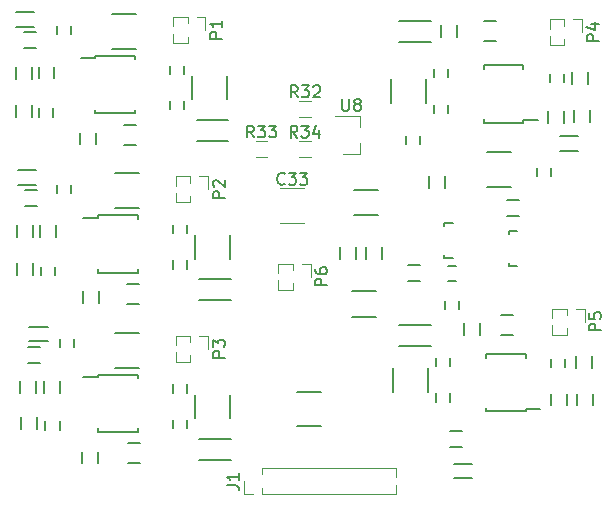
<source format=gbr>
G04 #@! TF.FileFunction,Legend,Top*
%FSLAX46Y46*%
G04 Gerber Fmt 4.6, Leading zero omitted, Abs format (unit mm)*
G04 Created by KiCad (PCBNEW 4.0.7) date 04/07/18 17:00:11*
%MOMM*%
%LPD*%
G01*
G04 APERTURE LIST*
%ADD10C,0.100000*%
%ADD11C,0.150000*%
%ADD12C,0.120000*%
G04 APERTURE END LIST*
D10*
D11*
X160250000Y-111100000D02*
X157550000Y-111100000D01*
X160250000Y-112900000D02*
X157550000Y-112900000D01*
X161850000Y-116900000D02*
X161850000Y-117600000D01*
X160650000Y-117600000D02*
X160650000Y-116900000D01*
X161850000Y-113900000D02*
X161850000Y-114600000D01*
X160650000Y-114600000D02*
X160650000Y-113900000D01*
X157025000Y-114750000D02*
X157025000Y-116750000D01*
X159975000Y-116750000D02*
X159975000Y-114750000D01*
X171570000Y-113980000D02*
X171570000Y-114680000D01*
X170370000Y-114680000D02*
X170370000Y-113980000D01*
X171745000Y-116930000D02*
X171745000Y-117930000D01*
X170395000Y-117930000D02*
X170395000Y-116930000D01*
X173845000Y-113730000D02*
X173845000Y-114730000D01*
X172495000Y-114730000D02*
X172495000Y-113730000D01*
X172595000Y-117930000D02*
X172595000Y-116930000D01*
X173945000Y-116930000D02*
X173945000Y-117930000D01*
X162995000Y-111930000D02*
X162995000Y-110930000D01*
X164345000Y-110930000D02*
X164345000Y-111930000D01*
X166170000Y-111980000D02*
X167170000Y-111980000D01*
X167170000Y-110280000D02*
X166170000Y-110280000D01*
X159270000Y-95080000D02*
X159270000Y-95780000D01*
X158070000Y-95780000D02*
X158070000Y-95080000D01*
X162150000Y-124100000D02*
X163700000Y-124100000D01*
X162150000Y-122900000D02*
X163700000Y-122900000D01*
X168225000Y-118425000D02*
X168225000Y-118200000D01*
X164875000Y-118425000D02*
X164875000Y-118125000D01*
X164875000Y-113575000D02*
X164875000Y-113875000D01*
X168225000Y-113575000D02*
X168225000Y-113875000D01*
X168225000Y-118425000D02*
X164875000Y-118425000D01*
X168225000Y-113575000D02*
X164875000Y-113575000D01*
X168225000Y-118200000D02*
X169450000Y-118200000D01*
X162870000Y-121405000D02*
X161870000Y-121405000D01*
X161870000Y-120055000D02*
X162870000Y-120055000D01*
X150870000Y-116755000D02*
X148870000Y-116755000D01*
X148870000Y-119705000D02*
X150870000Y-119705000D01*
X161650000Y-92450000D02*
X161650000Y-93150000D01*
X160450000Y-93150000D02*
X160450000Y-92450000D01*
X161650000Y-89450000D02*
X161650000Y-90150000D01*
X160450000Y-90150000D02*
X160450000Y-89450000D01*
X156825000Y-90300000D02*
X156825000Y-92300000D01*
X159775000Y-92300000D02*
X159775000Y-90300000D01*
X160250000Y-85350000D02*
X157550000Y-85350000D01*
X160250000Y-87150000D02*
X157550000Y-87150000D01*
X167670000Y-101905000D02*
X166670000Y-101905000D01*
X166670000Y-100555000D02*
X167670000Y-100555000D01*
X171445000Y-93030000D02*
X171445000Y-94030000D01*
X170095000Y-94030000D02*
X170095000Y-93030000D01*
X170370000Y-97780000D02*
X170370000Y-98480000D01*
X169170000Y-98480000D02*
X169170000Y-97780000D01*
X172295000Y-93930000D02*
X172295000Y-92930000D01*
X173645000Y-92930000D02*
X173645000Y-93930000D01*
X171150000Y-96350000D02*
X172700000Y-96350000D01*
X171150000Y-95150000D02*
X172700000Y-95150000D01*
X161075000Y-86750000D02*
X161075000Y-85750000D01*
X162425000Y-85750000D02*
X162425000Y-86750000D01*
X166970000Y-96455000D02*
X164970000Y-96455000D01*
X164970000Y-99405000D02*
X166970000Y-99405000D01*
X171470000Y-89880000D02*
X171470000Y-90580000D01*
X170270000Y-90580000D02*
X170270000Y-89880000D01*
X168025000Y-93975000D02*
X168025000Y-93750000D01*
X164675000Y-93975000D02*
X164675000Y-93675000D01*
X164675000Y-89125000D02*
X164675000Y-89425000D01*
X168025000Y-89125000D02*
X168025000Y-89425000D01*
X168025000Y-93975000D02*
X164675000Y-93975000D01*
X168025000Y-89125000D02*
X164675000Y-89125000D01*
X168025000Y-93750000D02*
X169250000Y-93750000D01*
X164750000Y-87100000D02*
X165750000Y-87100000D01*
X165750000Y-85400000D02*
X164750000Y-85400000D01*
X173545000Y-89730000D02*
X173545000Y-90730000D01*
X172195000Y-90730000D02*
X172195000Y-89730000D01*
X143225000Y-119000000D02*
X143225000Y-117000000D01*
X140275000Y-117000000D02*
X140275000Y-119000000D01*
X140620000Y-122530000D02*
X143320000Y-122530000D01*
X140620000Y-120730000D02*
X143320000Y-120730000D01*
X138400000Y-119850000D02*
X138400000Y-119150000D01*
X139600000Y-119150000D02*
X139600000Y-119850000D01*
X138400000Y-116850000D02*
X138400000Y-116150000D01*
X139600000Y-116150000D02*
X139600000Y-116850000D01*
X132025000Y-115325000D02*
X132025000Y-115550000D01*
X135375000Y-115325000D02*
X135375000Y-115625000D01*
X135375000Y-120175000D02*
X135375000Y-119875000D01*
X132025000Y-120175000D02*
X132025000Y-119875000D01*
X132025000Y-115325000D02*
X135375000Y-115325000D01*
X132025000Y-120175000D02*
X135375000Y-120175000D01*
X132025000Y-115550000D02*
X130800000Y-115550000D01*
X135570000Y-121080000D02*
X134570000Y-121080000D01*
X134570000Y-122780000D02*
X135570000Y-122780000D01*
X125495000Y-119930000D02*
X125495000Y-118930000D01*
X126845000Y-118930000D02*
X126845000Y-119930000D01*
X127570000Y-119980000D02*
X127570000Y-119280000D01*
X128770000Y-119280000D02*
X128770000Y-119980000D01*
X132045000Y-121830000D02*
X132045000Y-122830000D01*
X130695000Y-122830000D02*
X130695000Y-121830000D01*
X133500000Y-114725000D02*
X135500000Y-114725000D01*
X135500000Y-111775000D02*
X133500000Y-111775000D01*
X127120000Y-114305000D02*
X126120000Y-114305000D01*
X126120000Y-112955000D02*
X127120000Y-112955000D01*
X128770000Y-112980000D02*
X128770000Y-112280000D01*
X129970000Y-112280000D02*
X129970000Y-112980000D01*
X126795000Y-115880000D02*
X126795000Y-116880000D01*
X125445000Y-116880000D02*
X125445000Y-115880000D01*
X126220000Y-112480000D02*
X127770000Y-112480000D01*
X126220000Y-111280000D02*
X127770000Y-111280000D01*
X127445000Y-116880000D02*
X127445000Y-115880000D01*
X128795000Y-115880000D02*
X128795000Y-116880000D01*
X143225000Y-105500000D02*
X143225000Y-103500000D01*
X140275000Y-103500000D02*
X140275000Y-105500000D01*
X140620000Y-109030000D02*
X143320000Y-109030000D01*
X140620000Y-107230000D02*
X143320000Y-107230000D01*
X138400000Y-106350000D02*
X138400000Y-105650000D01*
X139600000Y-105650000D02*
X139600000Y-106350000D01*
X138400000Y-103350000D02*
X138400000Y-102650000D01*
X139600000Y-102650000D02*
X139600000Y-103350000D01*
X132025000Y-101825000D02*
X132025000Y-102050000D01*
X135375000Y-101825000D02*
X135375000Y-102125000D01*
X135375000Y-106675000D02*
X135375000Y-106375000D01*
X132025000Y-106675000D02*
X132025000Y-106375000D01*
X132025000Y-101825000D02*
X135375000Y-101825000D01*
X132025000Y-106675000D02*
X135375000Y-106675000D01*
X132025000Y-102050000D02*
X130800000Y-102050000D01*
X135500000Y-107650000D02*
X134500000Y-107650000D01*
X134500000Y-109350000D02*
X135500000Y-109350000D01*
X125195000Y-106880000D02*
X125195000Y-105880000D01*
X126545000Y-105880000D02*
X126545000Y-106880000D01*
X127170000Y-106880000D02*
X127170000Y-106180000D01*
X128370000Y-106180000D02*
X128370000Y-106880000D01*
X132145000Y-108230000D02*
X132145000Y-109230000D01*
X130795000Y-109230000D02*
X130795000Y-108230000D01*
X133500000Y-101225000D02*
X135500000Y-101225000D01*
X135500000Y-98275000D02*
X133500000Y-98275000D01*
X125870000Y-99705000D02*
X126870000Y-99705000D01*
X126870000Y-101055000D02*
X125870000Y-101055000D01*
X128520000Y-99980000D02*
X128520000Y-99280000D01*
X129720000Y-99280000D02*
X129720000Y-99980000D01*
X126545000Y-102630000D02*
X126545000Y-103630000D01*
X125195000Y-103630000D02*
X125195000Y-102630000D01*
X126770000Y-98030000D02*
X125220000Y-98030000D01*
X126770000Y-99230000D02*
X125220000Y-99230000D01*
X127095000Y-103630000D02*
X127095000Y-102630000D01*
X128445000Y-102630000D02*
X128445000Y-103630000D01*
X131775000Y-88325000D02*
X131775000Y-88550000D01*
X135125000Y-88325000D02*
X135125000Y-88625000D01*
X135125000Y-93175000D02*
X135125000Y-92875000D01*
X131775000Y-93175000D02*
X131775000Y-92875000D01*
X131775000Y-88325000D02*
X135125000Y-88325000D01*
X131775000Y-93175000D02*
X135125000Y-93175000D01*
X131775000Y-88550000D02*
X130550000Y-88550000D01*
X166819760Y-103330840D02*
X166819760Y-103379100D01*
X167520800Y-106129820D02*
X166819760Y-106129820D01*
X166819760Y-106129820D02*
X166819760Y-105880900D01*
X166819760Y-103330840D02*
X166819760Y-103130180D01*
X166819760Y-103130180D02*
X167520800Y-103130180D01*
X153570000Y-108255000D02*
X155570000Y-108255000D01*
X155570000Y-110405000D02*
X153570000Y-110405000D01*
X135250000Y-94150000D02*
X134250000Y-94150000D01*
X134250000Y-95850000D02*
X135250000Y-95850000D01*
X133250000Y-87725000D02*
X135250000Y-87725000D01*
X135250000Y-84775000D02*
X133250000Y-84775000D01*
X138150000Y-89850000D02*
X138150000Y-89150000D01*
X139350000Y-89150000D02*
X139350000Y-89850000D01*
X138150000Y-92850000D02*
X138150000Y-92150000D01*
X139350000Y-92150000D02*
X139350000Y-92850000D01*
X128520000Y-86480000D02*
X128520000Y-85780000D01*
X129720000Y-85780000D02*
X129720000Y-86480000D01*
X127020000Y-93480000D02*
X127020000Y-92780000D01*
X128220000Y-92780000D02*
X128220000Y-93480000D01*
X162570000Y-109080000D02*
X162570000Y-109780000D01*
X161370000Y-109780000D02*
X161370000Y-109080000D01*
X161650000Y-106150000D02*
X162350000Y-106150000D01*
X162350000Y-107350000D02*
X161650000Y-107350000D01*
X126600000Y-84650000D02*
X125050000Y-84650000D01*
X126600000Y-85850000D02*
X125050000Y-85850000D01*
X140370000Y-95530000D02*
X143070000Y-95530000D01*
X140370000Y-93730000D02*
X143070000Y-93730000D01*
X142975000Y-92000000D02*
X142975000Y-90000000D01*
X140025000Y-90000000D02*
X140025000Y-92000000D01*
X126995000Y-90230000D02*
X126995000Y-89230000D01*
X128345000Y-89230000D02*
X128345000Y-90230000D01*
X126425000Y-89250000D02*
X126425000Y-90250000D01*
X125075000Y-90250000D02*
X125075000Y-89250000D01*
X125750000Y-86325000D02*
X126750000Y-86325000D01*
X126750000Y-87675000D02*
X125750000Y-87675000D01*
X131845000Y-94830000D02*
X131845000Y-95830000D01*
X130495000Y-95830000D02*
X130495000Y-94830000D01*
X125075000Y-93500000D02*
X125075000Y-92500000D01*
X126425000Y-92500000D02*
X126425000Y-93500000D01*
X156045000Y-104530000D02*
X156045000Y-105530000D01*
X154695000Y-105530000D02*
X154695000Y-104530000D01*
X152495000Y-105530000D02*
X152495000Y-104530000D01*
X153845000Y-104530000D02*
X153845000Y-105530000D01*
X153700000Y-99675000D02*
X155700000Y-99675000D01*
X155700000Y-101825000D02*
X153700000Y-101825000D01*
X160075000Y-99500000D02*
X160075000Y-98500000D01*
X161425000Y-98500000D02*
X161425000Y-99500000D01*
X158250000Y-106075000D02*
X159250000Y-106075000D01*
X159250000Y-107425000D02*
X158250000Y-107425000D01*
X161348760Y-102650840D02*
X161348760Y-102699100D01*
X162049800Y-105449820D02*
X161348760Y-105449820D01*
X161348760Y-105449820D02*
X161348760Y-105200900D01*
X161348760Y-102650840D02*
X161348760Y-102450180D01*
X161348760Y-102450180D02*
X162049800Y-102450180D01*
D12*
X149470000Y-99550000D02*
X147470000Y-99550000D01*
X147470000Y-102510000D02*
X149470000Y-102510000D01*
X150070000Y-93510000D02*
X149070000Y-93510000D01*
X149070000Y-92150000D02*
X150070000Y-92150000D01*
X146370000Y-96910000D02*
X145370000Y-96910000D01*
X145370000Y-95550000D02*
X146370000Y-95550000D01*
X150050000Y-96920000D02*
X149050000Y-96920000D01*
X149050000Y-95560000D02*
X150050000Y-95560000D01*
X154230000Y-96610000D02*
X154230000Y-95680000D01*
X154230000Y-93450000D02*
X154230000Y-94380000D01*
X154230000Y-93450000D02*
X152070000Y-93450000D01*
X154230000Y-96610000D02*
X152770000Y-96610000D01*
X138655000Y-98520000D02*
X138655000Y-99322470D01*
X138655000Y-99937530D02*
X138655000Y-100740000D01*
X139860000Y-98520000D02*
X138655000Y-98520000D01*
X139860000Y-100740000D02*
X138655000Y-100740000D01*
X139860000Y-98520000D02*
X139860000Y-99066529D01*
X139860000Y-100193471D02*
X139860000Y-100740000D01*
X140620000Y-98520000D02*
X141380000Y-98520000D01*
X141380000Y-98520000D02*
X141380000Y-99630000D01*
X138655000Y-112020000D02*
X138655000Y-112822470D01*
X138655000Y-113437530D02*
X138655000Y-114240000D01*
X139860000Y-112020000D02*
X138655000Y-112020000D01*
X139860000Y-114240000D02*
X138655000Y-114240000D01*
X139860000Y-112020000D02*
X139860000Y-112566529D01*
X139860000Y-113693471D02*
X139860000Y-114240000D01*
X140620000Y-112020000D02*
X141380000Y-112020000D01*
X141380000Y-112020000D02*
X141380000Y-113130000D01*
X138405000Y-85020000D02*
X138405000Y-85822470D01*
X138405000Y-86437530D02*
X138405000Y-87240000D01*
X139610000Y-85020000D02*
X138405000Y-85020000D01*
X139610000Y-87240000D02*
X138405000Y-87240000D01*
X139610000Y-85020000D02*
X139610000Y-85566529D01*
X139610000Y-86693471D02*
X139610000Y-87240000D01*
X140370000Y-85020000D02*
X141130000Y-85020000D01*
X141130000Y-85020000D02*
X141130000Y-86130000D01*
X170305000Y-85220000D02*
X170305000Y-86022470D01*
X170305000Y-86637530D02*
X170305000Y-87440000D01*
X171510000Y-85220000D02*
X170305000Y-85220000D01*
X171510000Y-87440000D02*
X170305000Y-87440000D01*
X171510000Y-85220000D02*
X171510000Y-85766529D01*
X171510000Y-86893471D02*
X171510000Y-87440000D01*
X172270000Y-85220000D02*
X173030000Y-85220000D01*
X173030000Y-85220000D02*
X173030000Y-86330000D01*
X170505000Y-109720000D02*
X170505000Y-110522470D01*
X170505000Y-111137530D02*
X170505000Y-111940000D01*
X171710000Y-109720000D02*
X170505000Y-109720000D01*
X171710000Y-111940000D02*
X170505000Y-111940000D01*
X171710000Y-109720000D02*
X171710000Y-110266529D01*
X171710000Y-111393471D02*
X171710000Y-111940000D01*
X172470000Y-109720000D02*
X173230000Y-109720000D01*
X173230000Y-109720000D02*
X173230000Y-110830000D01*
X147305000Y-105920000D02*
X147305000Y-106722470D01*
X147305000Y-107337530D02*
X147305000Y-108140000D01*
X148510000Y-105920000D02*
X147305000Y-105920000D01*
X148510000Y-108140000D02*
X147305000Y-108140000D01*
X148510000Y-105920000D02*
X148510000Y-106466529D01*
X148510000Y-107593471D02*
X148510000Y-108140000D01*
X149270000Y-105920000D02*
X150030000Y-105920000D01*
X150030000Y-105920000D02*
X150030000Y-107030000D01*
X157295000Y-125440000D02*
X157295000Y-124637530D01*
X157295000Y-124022470D02*
X157295000Y-123220000D01*
X145930000Y-125440000D02*
X157295000Y-125440000D01*
X145930000Y-123220000D02*
X157295000Y-123220000D01*
X145930000Y-125440000D02*
X145930000Y-124893471D01*
X145930000Y-123766529D02*
X145930000Y-123220000D01*
X145170000Y-125440000D02*
X144410000Y-125440000D01*
X144410000Y-125440000D02*
X144410000Y-124330000D01*
D11*
X147827143Y-99137143D02*
X147779524Y-99184762D01*
X147636667Y-99232381D01*
X147541429Y-99232381D01*
X147398571Y-99184762D01*
X147303333Y-99089524D01*
X147255714Y-98994286D01*
X147208095Y-98803810D01*
X147208095Y-98660952D01*
X147255714Y-98470476D01*
X147303333Y-98375238D01*
X147398571Y-98280000D01*
X147541429Y-98232381D01*
X147636667Y-98232381D01*
X147779524Y-98280000D01*
X147827143Y-98327619D01*
X148160476Y-98232381D02*
X148779524Y-98232381D01*
X148446190Y-98613333D01*
X148589048Y-98613333D01*
X148684286Y-98660952D01*
X148731905Y-98708571D01*
X148779524Y-98803810D01*
X148779524Y-99041905D01*
X148731905Y-99137143D01*
X148684286Y-99184762D01*
X148589048Y-99232381D01*
X148303333Y-99232381D01*
X148208095Y-99184762D01*
X148160476Y-99137143D01*
X149112857Y-98232381D02*
X149731905Y-98232381D01*
X149398571Y-98613333D01*
X149541429Y-98613333D01*
X149636667Y-98660952D01*
X149684286Y-98708571D01*
X149731905Y-98803810D01*
X149731905Y-99041905D01*
X149684286Y-99137143D01*
X149636667Y-99184762D01*
X149541429Y-99232381D01*
X149255714Y-99232381D01*
X149160476Y-99184762D01*
X149112857Y-99137143D01*
X148927143Y-91832381D02*
X148593809Y-91356190D01*
X148355714Y-91832381D02*
X148355714Y-90832381D01*
X148736667Y-90832381D01*
X148831905Y-90880000D01*
X148879524Y-90927619D01*
X148927143Y-91022857D01*
X148927143Y-91165714D01*
X148879524Y-91260952D01*
X148831905Y-91308571D01*
X148736667Y-91356190D01*
X148355714Y-91356190D01*
X149260476Y-90832381D02*
X149879524Y-90832381D01*
X149546190Y-91213333D01*
X149689048Y-91213333D01*
X149784286Y-91260952D01*
X149831905Y-91308571D01*
X149879524Y-91403810D01*
X149879524Y-91641905D01*
X149831905Y-91737143D01*
X149784286Y-91784762D01*
X149689048Y-91832381D01*
X149403333Y-91832381D01*
X149308095Y-91784762D01*
X149260476Y-91737143D01*
X150260476Y-90927619D02*
X150308095Y-90880000D01*
X150403333Y-90832381D01*
X150641429Y-90832381D01*
X150736667Y-90880000D01*
X150784286Y-90927619D01*
X150831905Y-91022857D01*
X150831905Y-91118095D01*
X150784286Y-91260952D01*
X150212857Y-91832381D01*
X150831905Y-91832381D01*
X145227143Y-95232381D02*
X144893809Y-94756190D01*
X144655714Y-95232381D02*
X144655714Y-94232381D01*
X145036667Y-94232381D01*
X145131905Y-94280000D01*
X145179524Y-94327619D01*
X145227143Y-94422857D01*
X145227143Y-94565714D01*
X145179524Y-94660952D01*
X145131905Y-94708571D01*
X145036667Y-94756190D01*
X144655714Y-94756190D01*
X145560476Y-94232381D02*
X146179524Y-94232381D01*
X145846190Y-94613333D01*
X145989048Y-94613333D01*
X146084286Y-94660952D01*
X146131905Y-94708571D01*
X146179524Y-94803810D01*
X146179524Y-95041905D01*
X146131905Y-95137143D01*
X146084286Y-95184762D01*
X145989048Y-95232381D01*
X145703333Y-95232381D01*
X145608095Y-95184762D01*
X145560476Y-95137143D01*
X146512857Y-94232381D02*
X147131905Y-94232381D01*
X146798571Y-94613333D01*
X146941429Y-94613333D01*
X147036667Y-94660952D01*
X147084286Y-94708571D01*
X147131905Y-94803810D01*
X147131905Y-95041905D01*
X147084286Y-95137143D01*
X147036667Y-95184762D01*
X146941429Y-95232381D01*
X146655714Y-95232381D01*
X146560476Y-95184762D01*
X146512857Y-95137143D01*
X148907143Y-95242381D02*
X148573809Y-94766190D01*
X148335714Y-95242381D02*
X148335714Y-94242381D01*
X148716667Y-94242381D01*
X148811905Y-94290000D01*
X148859524Y-94337619D01*
X148907143Y-94432857D01*
X148907143Y-94575714D01*
X148859524Y-94670952D01*
X148811905Y-94718571D01*
X148716667Y-94766190D01*
X148335714Y-94766190D01*
X149240476Y-94242381D02*
X149859524Y-94242381D01*
X149526190Y-94623333D01*
X149669048Y-94623333D01*
X149764286Y-94670952D01*
X149811905Y-94718571D01*
X149859524Y-94813810D01*
X149859524Y-95051905D01*
X149811905Y-95147143D01*
X149764286Y-95194762D01*
X149669048Y-95242381D01*
X149383333Y-95242381D01*
X149288095Y-95194762D01*
X149240476Y-95147143D01*
X150716667Y-94575714D02*
X150716667Y-95242381D01*
X150478571Y-94194762D02*
X150240476Y-94909048D01*
X150859524Y-94909048D01*
X152708095Y-91982381D02*
X152708095Y-92791905D01*
X152755714Y-92887143D01*
X152803333Y-92934762D01*
X152898571Y-92982381D01*
X153089048Y-92982381D01*
X153184286Y-92934762D01*
X153231905Y-92887143D01*
X153279524Y-92791905D01*
X153279524Y-91982381D01*
X153898571Y-92410952D02*
X153803333Y-92363333D01*
X153755714Y-92315714D01*
X153708095Y-92220476D01*
X153708095Y-92172857D01*
X153755714Y-92077619D01*
X153803333Y-92030000D01*
X153898571Y-91982381D01*
X154089048Y-91982381D01*
X154184286Y-92030000D01*
X154231905Y-92077619D01*
X154279524Y-92172857D01*
X154279524Y-92220476D01*
X154231905Y-92315714D01*
X154184286Y-92363333D01*
X154089048Y-92410952D01*
X153898571Y-92410952D01*
X153803333Y-92458571D01*
X153755714Y-92506190D01*
X153708095Y-92601429D01*
X153708095Y-92791905D01*
X153755714Y-92887143D01*
X153803333Y-92934762D01*
X153898571Y-92982381D01*
X154089048Y-92982381D01*
X154184286Y-92934762D01*
X154231905Y-92887143D01*
X154279524Y-92791905D01*
X154279524Y-92601429D01*
X154231905Y-92506190D01*
X154184286Y-92458571D01*
X154089048Y-92410952D01*
X142767381Y-100368095D02*
X141767381Y-100368095D01*
X141767381Y-99987142D01*
X141815000Y-99891904D01*
X141862619Y-99844285D01*
X141957857Y-99796666D01*
X142100714Y-99796666D01*
X142195952Y-99844285D01*
X142243571Y-99891904D01*
X142291190Y-99987142D01*
X142291190Y-100368095D01*
X141862619Y-99415714D02*
X141815000Y-99368095D01*
X141767381Y-99272857D01*
X141767381Y-99034761D01*
X141815000Y-98939523D01*
X141862619Y-98891904D01*
X141957857Y-98844285D01*
X142053095Y-98844285D01*
X142195952Y-98891904D01*
X142767381Y-99463333D01*
X142767381Y-98844285D01*
X142767381Y-113868095D02*
X141767381Y-113868095D01*
X141767381Y-113487142D01*
X141815000Y-113391904D01*
X141862619Y-113344285D01*
X141957857Y-113296666D01*
X142100714Y-113296666D01*
X142195952Y-113344285D01*
X142243571Y-113391904D01*
X142291190Y-113487142D01*
X142291190Y-113868095D01*
X141767381Y-112963333D02*
X141767381Y-112344285D01*
X142148333Y-112677619D01*
X142148333Y-112534761D01*
X142195952Y-112439523D01*
X142243571Y-112391904D01*
X142338810Y-112344285D01*
X142576905Y-112344285D01*
X142672143Y-112391904D01*
X142719762Y-112439523D01*
X142767381Y-112534761D01*
X142767381Y-112820476D01*
X142719762Y-112915714D01*
X142672143Y-112963333D01*
X142517381Y-86868095D02*
X141517381Y-86868095D01*
X141517381Y-86487142D01*
X141565000Y-86391904D01*
X141612619Y-86344285D01*
X141707857Y-86296666D01*
X141850714Y-86296666D01*
X141945952Y-86344285D01*
X141993571Y-86391904D01*
X142041190Y-86487142D01*
X142041190Y-86868095D01*
X142517381Y-85344285D02*
X142517381Y-85915714D01*
X142517381Y-85630000D02*
X141517381Y-85630000D01*
X141660238Y-85725238D01*
X141755476Y-85820476D01*
X141803095Y-85915714D01*
X174417381Y-87068095D02*
X173417381Y-87068095D01*
X173417381Y-86687142D01*
X173465000Y-86591904D01*
X173512619Y-86544285D01*
X173607857Y-86496666D01*
X173750714Y-86496666D01*
X173845952Y-86544285D01*
X173893571Y-86591904D01*
X173941190Y-86687142D01*
X173941190Y-87068095D01*
X173750714Y-85639523D02*
X174417381Y-85639523D01*
X173369762Y-85877619D02*
X174084048Y-86115714D01*
X174084048Y-85496666D01*
X174617381Y-111568095D02*
X173617381Y-111568095D01*
X173617381Y-111187142D01*
X173665000Y-111091904D01*
X173712619Y-111044285D01*
X173807857Y-110996666D01*
X173950714Y-110996666D01*
X174045952Y-111044285D01*
X174093571Y-111091904D01*
X174141190Y-111187142D01*
X174141190Y-111568095D01*
X173617381Y-110091904D02*
X173617381Y-110568095D01*
X174093571Y-110615714D01*
X174045952Y-110568095D01*
X173998333Y-110472857D01*
X173998333Y-110234761D01*
X174045952Y-110139523D01*
X174093571Y-110091904D01*
X174188810Y-110044285D01*
X174426905Y-110044285D01*
X174522143Y-110091904D01*
X174569762Y-110139523D01*
X174617381Y-110234761D01*
X174617381Y-110472857D01*
X174569762Y-110568095D01*
X174522143Y-110615714D01*
X151417381Y-107768095D02*
X150417381Y-107768095D01*
X150417381Y-107387142D01*
X150465000Y-107291904D01*
X150512619Y-107244285D01*
X150607857Y-107196666D01*
X150750714Y-107196666D01*
X150845952Y-107244285D01*
X150893571Y-107291904D01*
X150941190Y-107387142D01*
X150941190Y-107768095D01*
X150417381Y-106339523D02*
X150417381Y-106530000D01*
X150465000Y-106625238D01*
X150512619Y-106672857D01*
X150655476Y-106768095D01*
X150845952Y-106815714D01*
X151226905Y-106815714D01*
X151322143Y-106768095D01*
X151369762Y-106720476D01*
X151417381Y-106625238D01*
X151417381Y-106434761D01*
X151369762Y-106339523D01*
X151322143Y-106291904D01*
X151226905Y-106244285D01*
X150988810Y-106244285D01*
X150893571Y-106291904D01*
X150845952Y-106339523D01*
X150798333Y-106434761D01*
X150798333Y-106625238D01*
X150845952Y-106720476D01*
X150893571Y-106768095D01*
X150988810Y-106815714D01*
X142927381Y-124663333D02*
X143641667Y-124663333D01*
X143784524Y-124710953D01*
X143879762Y-124806191D01*
X143927381Y-124949048D01*
X143927381Y-125044286D01*
X143927381Y-123663333D02*
X143927381Y-124234762D01*
X143927381Y-123949048D02*
X142927381Y-123949048D01*
X143070238Y-124044286D01*
X143165476Y-124139524D01*
X143213095Y-124234762D01*
M02*

</source>
